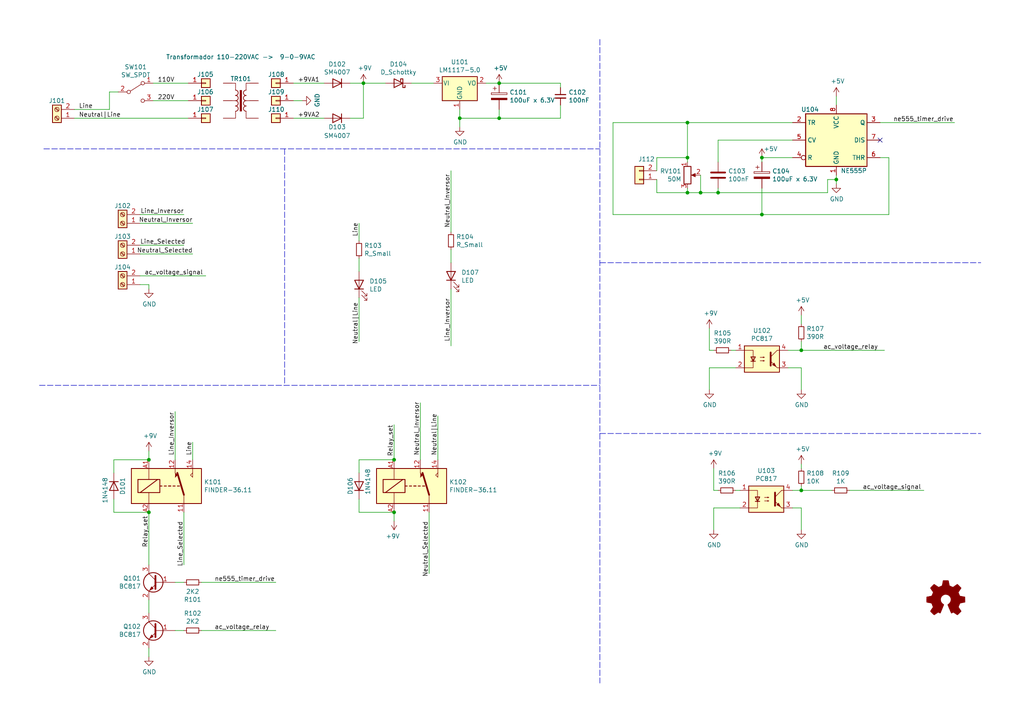
<source format=kicad_sch>
(kicad_sch (version 20211123) (generator eeschema)
  (paper "A4")
  (title_block (title "AC Voltage Selector") (date "20/12/2022") (rev "1.0") (comment 1 "Design: Adrian Lemos") (comment 2 "Layout: Adrian Lemos"))
  (lib_symbols
    (symbol "AC_Voltage_Selector-rescue:CP-Device" (pin_numbers hide) (pin_names (offset 0.254))
      (property "Reference" "C" (at 0.635 2.54 0))
      (property "Value" "CP-Device" (at 0.635 -2.54 0))
      (symbol "CP-Device_0_1"
        (rectangle (start -2.286 0.508) (end 2.286 1.016))
        (polyline (pts (xy -1.778 2.286) (xy -0.762 2.286)))
        (polyline (pts (xy -1.27 2.794) (xy -1.27 1.778)))
        (rectangle (start 2.286 -0.508) (end -2.286 -1.016) (fill (type outline)))
      )
      (symbol "CP-Device_1_1"
        (pin passive line (at 0 3.81 270) (length 2.794) (name "~") (number "1"))
        (pin passive line (at 0 -3.81 90) (length 2.794) (name "~") (number "2"))
      )
    )
    (symbol "AC_Voltage_Selector-rescue:R_POT-Device" (pin_names (offset 1.016) hide)
      (property "Reference" "RV" (at -4.445 0 90))
      (property "Value" "R_POT-Device" (at -2.54 0 90))
      (symbol "R_POT-Device_0_1"
        (polyline (pts (xy 2.54 0) (xy 1.524 0)))
        (polyline (pts (xy 1.143 0) (xy 2.286 0.508) (xy 2.286 -0.508) (xy 1.143 0)) (fill (type outline)))
        (rectangle (start 1.016 2.54) (end -1.016 -2.54) (stroke (width 0.254)))
      )
      (symbol "R_POT-Device_1_1"
        (pin passive line (at 0 3.81 270) (length 1.27) (name "1") (number "1"))
        (pin passive line (at 3.81 0 180) (length 1.27) (name "2") (number "2"))
        (pin passive line (at 0 -3.81 90) (length 1.27) (name "3") (number "3"))
      )
    )
    (symbol "Connector:Screw_Terminal_01x02" (pin_names (offset 1.016) hide)
      (property "Reference" "J" (at 0 2.54 0))
      (property "Value" "Screw_Terminal_01x02" (at 0 -5.08 0))
      (symbol "Screw_Terminal_01x02_1_1"
        (rectangle (start -1.27 1.27) (end 1.27 -3.81) (stroke (width 0.254)) (fill (type background)))
        (circle (center 0 -2.54) (radius 0.635) (stroke (width 0.1524)))
        (polyline (pts (xy -0.5334 -2.2098) (xy 0.3302 -3.048)) (stroke (width 0.1524)))
        (polyline (pts (xy -0.5334 0.3302) (xy 0.3302 -0.508)) (stroke (width 0.1524)))
        (polyline (pts (xy -0.3556 -2.032) (xy 0.508 -2.8702)) (stroke (width 0.1524)))
        (polyline (pts (xy -0.3556 0.508) (xy 0.508 -0.3302)) (stroke (width 0.1524)))
        (circle (center 0 0) (radius 0.635) (stroke (width 0.1524)))
        (pin passive line (at -5.08 0 0) (length 3.81) (name "Pin_1") (number "1"))
        (pin passive line (at -5.08 -2.54 0) (length 3.81) (name "Pin_2") (number "2"))
      )
    )
    (symbol "Connector_Generic:Conn_01x01" (pin_names (offset 1.016) hide)
      (property "Reference" "J" (at 0 2.54 0))
      (property "Value" "Conn_01x01" (at 0 -2.54 0))
      (symbol "Conn_01x01_1_1"
        (rectangle (start -1.27 0.127) (end 0 -0.127) (stroke (width 0.1524)))
        (rectangle (start -1.27 1.27) (end 1.27 -1.27) (stroke (width 0.254)) (fill (type background)))
        (pin passive line (at -5.08 0 0) (length 3.81) (name "Pin_1") (number "1"))
      )
    )
    (symbol "Connector_Generic:Conn_01x02" (pin_names (offset 1.016) hide)
      (property "Reference" "J" (at 0 2.54 0))
      (property "Value" "Conn_01x02" (at 0 -5.08 0))
      (symbol "Conn_01x02_1_1"
        (rectangle (start -1.27 -2.413) (end 0 -2.667) (stroke (width 0.1524)))
        (rectangle (start -1.27 0.127) (end 0 -0.127) (stroke (width 0.1524)))
        (rectangle (start -1.27 1.27) (end 1.27 -3.81) (stroke (width 0.254)) (fill (type background)))
        (pin passive line (at -5.08 0 0) (length 3.81) (name "Pin_1") (number "1"))
        (pin passive line (at -5.08 -2.54 0) (length 3.81) (name "Pin_2") (number "2"))
      )
    )
    (symbol "Device:C" (pin_numbers hide) (pin_names (offset 0.254))
      (property "Reference" "C" (at 0.635 2.54 0))
      (property "Value" "C" (at 0.635 -2.54 0))
      (symbol "C_0_1"
        (polyline (pts (xy -2.032 -0.762) (xy 2.032 -0.762)) (stroke (width 0.508)))
        (polyline (pts (xy -2.032 0.762) (xy 2.032 0.762)) (stroke (width 0.508)))
      )
      (symbol "C_1_1"
        (pin passive line (at 0 3.81 270) (length 2.794) (name "~") (number "1"))
        (pin passive line (at 0 -3.81 90) (length 2.794) (name "~") (number "2"))
      )
    )
    (symbol "Device:C_Small" (pin_numbers hide) (pin_names (offset 0.254) hide)
      (property "Reference" "C" (at 0.254 1.778 0))
      (property "Value" "C_Small" (at 0.254 -2.032 0))
      (symbol "C_Small_0_1"
        (polyline (pts (xy -1.524 -0.508) (xy 1.524 -0.508)) (stroke (width 0.3302)))
        (polyline (pts (xy -1.524 0.508) (xy 1.524 0.508)) (stroke (width 0.3048)))
      )
      (symbol "C_Small_1_1"
        (pin passive line (at 0 2.54 270) (length 2.032) (name "~") (number "1"))
        (pin passive line (at 0 -2.54 90) (length 2.032) (name "~") (number "2"))
      )
    )
    (symbol "Device:D_Schottky" (pin_numbers hide) (pin_names (offset 1.016) hide)
      (property "Reference" "D" (at 0 2.54 0))
      (property "Value" "D_Schottky" (at 0 -2.54 0))
      (symbol "D_Schottky_0_1"
        (polyline (pts (xy 1.27 0) (xy -1.27 0)))
        (polyline (pts (xy 1.27 1.27) (xy 1.27 -1.27) (xy -1.27 0) (xy 1.27 1.27)) (stroke (width 0.254)))
        (polyline (pts (xy -1.905 0.635) (xy -1.905 1.27) (xy -1.27 1.27) (xy -1.27 -1.27) (xy -0.635 -1.27) (xy -0.635 -0.635)) (stroke (width 0.254)))
      )
      (symbol "D_Schottky_1_1"
        (pin passive line (at -3.81 0 0) (length 2.54) (name "K") (number "1"))
        (pin passive line (at 3.81 0 180) (length 2.54) (name "A") (number "2"))
      )
    )
    (symbol "Device:LED" (pin_numbers hide) (pin_names (offset 1.016) hide)
      (property "Reference" "D" (at 0 2.54 0))
      (property "Value" "LED" (at 0 -2.54 0))
      (symbol "LED_0_1"
        (polyline (pts (xy -1.27 -1.27) (xy -1.27 1.27)) (stroke (width 0.254)))
        (polyline (pts (xy -1.27 0) (xy 1.27 0)))
        (polyline (pts (xy 1.27 -1.27) (xy 1.27 1.27) (xy -1.27 0) (xy 1.27 -1.27)) (stroke (width 0.254)))
        (polyline (pts (xy -3.048 -0.762) (xy -4.572 -2.286) (xy -3.81 -2.286) (xy -4.572 -2.286) (xy -4.572 -1.524)))
        (polyline (pts (xy -1.778 -0.762) (xy -3.302 -2.286) (xy -2.54 -2.286) (xy -3.302 -2.286) (xy -3.302 -1.524)))
      )
      (symbol "LED_1_1"
        (pin passive line (at -3.81 0 0) (length 2.54) (name "K") (number "1"))
        (pin passive line (at 3.81 0 180) (length 2.54) (name "A") (number "2"))
      )
    )
    (symbol "Device:R_Small" (pin_numbers hide) (pin_names (offset 0.254) hide)
      (property "Reference" "R" (at 0.762 0.508 0))
      (property "Value" "R_Small" (at 0.762 -1.016 0))
      (symbol "R_Small_0_1"
        (rectangle (start -0.762 1.778) (end 0.762 -1.778) (stroke (width 0.2032)))
      )
      (symbol "R_Small_1_1"
        (pin passive line (at 0 2.54 270) (length 0.762) (name "~") (number "1"))
        (pin passive line (at 0 -2.54 90) (length 0.762) (name "~") (number "2"))
      )
    )
    (symbol "Diode:1N4148" (pin_numbers hide) (pin_names hide)
      (property "Reference" "D" (at 0 2.54 0))
      (property "Value" "1N4148" (at 0 -2.54 0))
      (symbol "1N4148_0_1"
        (polyline (pts (xy -1.27 1.27) (xy -1.27 -1.27)) (stroke (width 0.254)))
        (polyline (pts (xy 1.27 0) (xy -1.27 0)))
        (polyline (pts (xy 1.27 1.27) (xy 1.27 -1.27) (xy -1.27 0) (xy 1.27 1.27)) (stroke (width 0.254)))
      )
      (symbol "1N4148_1_1"
        (pin passive line (at -3.81 0 0) (length 2.54) (name "K") (number "1"))
        (pin passive line (at 3.81 0 180) (length 2.54) (name "A") (number "2"))
      )
    )
    (symbol "Diode:SM4007" (pin_numbers hide) (pin_names (offset 1.016) hide)
      (property "Reference" "D" (at 0 2.54 0))
      (property "Value" "SM4007" (at 0 -2.54 0))
      (symbol "SM4007_0_1"
        (polyline (pts (xy -1.27 1.27) (xy -1.27 -1.27)) (stroke (width 0.254)))
        (polyline (pts (xy 1.27 0) (xy -1.27 0)))
        (polyline (pts (xy 1.27 1.27) (xy 1.27 -1.27) (xy -1.27 0) (xy 1.27 1.27)) (stroke (width 0.254)))
      )
      (symbol "SM4007_1_1"
        (pin passive line (at -3.81 0 0) (length 2.54) (name "K") (number "1"))
        (pin passive line (at 3.81 0 180) (length 2.54) (name "A") (number "2"))
      )
    )
    (symbol "Graphic:Logo_Open_Hardware_Small" (pin_names (offset 1.016))
      (symbol "Logo_Open_Hardware_Small_0_1"
        (polyline (pts (xy 3.3528 -4.3434) (xy 3.302 -4.318) (xy 3.175 -4.2418) (xy 2.9972 -4.1148) (xy 2.7686 -3.9624) (xy 2.54 -3.81) (xy 2.3622 -3.7084) (xy 2.2352 -3.6068) (xy 2.1844 -3.5814) (xy 2.159 -3.6068) (xy 2.0574 -3.6576) (xy 1.905 -3.7338) (xy 1.8034 -3.7846) (xy 1.6764 -3.8354) (xy 1.6002 -3.8354) (xy 1.6002 -3.8354) (xy 1.5494 -3.7338) (xy 1.4732 -3.5306) (xy 1.3462 -3.302) (xy 1.2446 -3.0226) (xy 1.1176 -2.7178) (xy 0.9652 -2.413) (xy 0.8636 -2.1082) (xy 0.7366 -1.8288) (xy 0.6604 -1.6256) (xy 0.6096 -1.4732) (xy 0.5842 -1.397) (xy 0.5842 -1.397) (xy 0.6604 -1.3208) (xy 0.7874 -1.2446) (xy 1.0414 -1.016) (xy 1.2954 -0.6858) (xy 1.4478 -0.3302) (xy 1.524 0.0762) (xy 1.4732 0.4572) (xy 1.3208 0.8128) (xy 1.0668 1.143) (xy 0.762 1.3716) (xy 0.4064 1.524) (xy 0 1.5748) (xy -0.381 1.5494) (xy -0.7366 1.397) (xy -1.0668 1.143) (xy -1.2192 0.9906) (xy -1.397 0.6604) (xy -1.524 0.3048) (xy -1.524 0.2286) (xy -1.4986 -0.1778) (xy -1.397 -0.5334) (xy -1.1938 -0.8636) (xy -0.9144 -1.143) (xy -0.8636 -1.1684) (xy -0.7366 -1.27) (xy -0.635 -1.3462) (xy -0.5842 -1.397) (xy -1.0668 -2.5908) (xy -1.143 -2.794) (xy -1.2954 -3.1242) (xy -1.397 -3.4036) (xy -1.4986 -3.6322) (xy -1.5748 -3.7846) (xy -1.6002 -3.8354) (xy -1.6002 -3.8354) (xy -1.651 -3.8354) (xy -1.7272 -3.81) (xy -1.905 -3.7338) (xy -2.0066 -3.683) (xy -2.1336 -3.6068) (xy -2.2098 -3.5814) (xy -2.2606 -3.6068) (xy -2.3622 -3.683) (xy -2.54 -3.81) (xy -2.7686 -3.9624) (xy -2.9718 -4.0894) (xy -3.1496 -4.2164) (xy -3.302 -4.318) (xy -3.3528 -4.3434) (xy -3.3782 -4.3434) (xy -3.429 -4.318) (xy -3.5306 -4.2164) (xy -3.7084 -4.064) (xy -3.937 -3.8354) (xy -3.9624 -3.81) (xy -4.1656 -3.6068) (xy -4.318 -3.4544) (xy -4.4196 -3.3274) (xy -4.445 -3.2766) (xy -4.445 -3.2766) (xy -4.4196 -3.2258) (xy -4.318 -3.0734) (xy -4.2164 -2.8956) (xy -4.064 -2.667) (xy -3.6576 -2.0828) (xy -3.8862 -1.5494) (xy -3.937 -1.3716) (xy -4.0386 -1.1684) (xy -4.0894 -1.0414) (xy -4.1148 -0.9652) (xy -4.191 -0.9398) (xy -4.318 -0.9144) (xy -4.5466 -0.8636) (xy -4.8006 -0.8128) (xy -5.0546 -0.7874) (xy -5.2578 -0.7366) (xy -5.4356 -0.7112) (xy -5.5118 -0.6858) (xy -5.5118 -0.6858) (xy -5.5372 -0.635) (xy -5.5372 -0.5588) (xy -5.5372 -0.4318) (xy -5.5626 -0.2286) (xy -5.5626 0.0762) (xy -5.5626 0.127) (xy -5.5372 0.4064) (xy -5.5372 0.635) (xy -5.5372 0.762) (xy -5.5372 0.8382) (xy -5.5372 0.8382) (xy -5.461 0.8382) (xy -5.3086 0.889) (xy -5.08 0.9144) (xy -4.826 0.9652) (xy -4.8006 0.9906) (xy -4.5466 1.0414) (xy -4.318 1.0668) (xy -4.1656 1.1176) (xy -4.0894 1.143) (xy -4.0894 1.143) (xy -4.0386 1.2446) (xy -3.9624 1.4224) (xy -3.8608 1.6256) (xy -3.7846 1.8288) (xy -3.7084 2.0066) (xy -3.6576 2.159) (xy -3.6322 2.2098) (xy -3.6322 2.2098) (xy -3.683 2.286) (xy -3.7592 2.413) (xy -3.8862 2.5908) (xy -4.064 2.8194) (xy -4.064 2.8448) (xy -4.2164 3.0734) (xy -4.3434 3.2512) (xy -4.4196 3.3782) (xy -4.445 3.4544) (xy -4.445 3.4544) (xy -4.3942 3.5052) (xy -4.2926 3.6322) (xy -4.1148 3.81) (xy -3.937 4.0132) (xy -3.8608 4.064) (xy -3.6576 4.2926) (xy -3.5052 4.4196) (xy -3.4036 4.4958) (xy -3.3528 4.5212) (xy -3.3528 4.5212) (xy -3.302 4.4704) (xy -3.1496 4.3688) (xy -2.9718 4.2418) (xy -2.7432 4.0894) (xy -2.7178 4.0894) (xy -2.4892 3.937) (xy -2.3114 3.81) (xy -2.1844 3.7084) (xy -2.1336 3.683) (xy -2.1082 3.683) (xy -2.032 3.7084) (xy -1.8542 3.7592) (xy -1.6764 3.8354) (xy -1.4732 3.937) (xy -1.27 4.0132) (xy -1.143 4.064) (xy -1.0668 4.1148) (xy -1.0668 4.1148) (xy -1.0414 4.191) (xy -1.016 4.3434) (xy -0.9652 4.572) (xy -0.9144 4.8514) (xy -0.889 4.9022) (xy -0.8382 5.1562) (xy -0.8128 5.3848) (xy -0.7874 5.5372) (xy -0.762 5.588) (xy -0.7112 5.6134) (xy -0.5842 5.6134) (xy -0.4064 5.6134) (xy -0.1524 5.6134) (xy 0.0762 5.6134) (xy 0.3302 5.6134) (xy 0.5334 5.6134) (xy 0.6858 5.588) (xy 0.7366 5.588) (xy 0.7366 5.588) (xy 0.762 5.5118) (xy 0.8128 5.334) (xy 0.8382 5.1054) (xy 0.9144 4.826) (xy 0.9144 4.7752) (xy 0.9652 4.5212) (xy 1.016 4.2926) (xy 1.0414 4.1402) (xy 1.0668 4.0894) (xy 1.0668 4.0894) (xy 1.1938 4.0386) (xy 1.3716 3.9624) (xy 1.5748 3.8608) (xy 2.0828 3.6576) (xy 2.7178 4.0894) (xy 2.7686 4.1402) (xy 2.9972 4.2926) (xy 3.175 4.4196) (xy 3.302 4.4958) (xy 3.3782 4.5212) (xy 3.3782 4.5212) (xy 3.429 4.4704) (xy 3.556 4.3434) (xy 3.7338 4.191) (xy 3.9116 3.9878) (xy 4.064 3.8354) (xy 4.2418 3.6576) (xy 4.3434 3.556) (xy 4.4196 3.4798) (xy 4.4196 3.429) (xy 4.4196 3.4036) (xy 4.3942 3.3274) (xy 4.2926 3.2004) (xy 4.1656 2.9972) (xy 4.0132 2.794) (xy 3.8862 2.5908) (xy 3.7592 2.3876) (xy 3.6576 2.2352) (xy 3.6322 2.159) (xy 3.6322 2.1336) (xy 3.683 2.0066) (xy 3.7592 1.8288) (xy 3.8608 1.6002) (xy 4.064 1.1176) (xy 4.3942 1.0414) (xy 4.5974 1.016) (xy 4.8768 0.9652) (xy 5.1308 0.9144) (xy 5.5372 0.8382) (xy 5.5626 -0.6604) (xy 5.4864 -0.6858) (xy 5.4356 -0.6858) (xy 5.2832 -0.7366) (xy 5.0546 -0.762) (xy 4.8006 -0.8128) (xy 4.5974 -0.8636) (xy 4.3688 -0.9144) (xy 4.2164 -0.9398) (xy 4.1402 -0.9398) (xy 4.1148 -0.9652) (xy 4.064 -1.0668) (xy 3.9878 -1.2446) (xy 3.9116 -1.4478) (xy 3.81 -1.651) (xy 3.7338 -1.8542) (xy 3.683 -2.0066) (xy 3.6576 -2.0828) (xy 3.683 -2.1336) (xy 3.7846 -2.2606) (xy 3.8862 -2.4638) (xy 4.0386 -2.667) (xy 4.191 -2.8956) (xy 4.318 -3.0734) (xy 4.3942 -3.2004) (xy 4.445 -3.2766) (xy 4.4196 -3.3274) (xy 4.3434 -3.429) (xy 4.1656 -3.5814) (xy 3.937 -3.8354) (xy 3.8862 -3.8608) (xy 3.683 -4.064) (xy 3.5306 -4.2164) (xy 3.4036 -4.318) (xy 3.3528 -4.3434)) (fill (type outline)))
      )
    )
    (symbol "Isolator:PC817" (pin_names (offset 1.016))
      (property "Reference" "U" (at -5.08 5.08 0))
      (property "Value" "PC817" (at 0 5.08 0))
      (symbol "PC817_0_1"
        (rectangle (start -5.08 3.81) (end 5.08 -3.81) (stroke (width 0.254)) (fill (type background)))
        (polyline (pts (xy -3.175 -0.635) (xy -1.905 -0.635)) (stroke (width 0.254)))
        (polyline (pts (xy 2.54 0.635) (xy 4.445 2.54)))
        (polyline (pts (xy 4.445 -2.54) (xy 2.54 -0.635)) (fill (type outline)))
        (polyline (pts (xy 4.445 -2.54) (xy 5.08 -2.54)))
        (polyline (pts (xy 4.445 2.54) (xy 5.08 2.54)))
        (polyline (pts (xy -5.08 2.54) (xy -2.54 2.54) (xy -2.54 -0.635)))
        (polyline (pts (xy -2.54 -0.635) (xy -2.54 -2.54) (xy -5.08 -2.54)))
        (polyline (pts (xy 2.54 1.905) (xy 2.54 -1.905) (xy 2.54 -1.905)) (stroke (width 0.508)))
        (polyline (pts (xy -2.54 -0.635) (xy -3.175 0.635) (xy -1.905 0.635) (xy -2.54 -0.635)) (stroke (width 0.254)))
        (polyline (pts (xy -0.508 -0.508) (xy 0.762 -0.508) (xy 0.381 -0.635) (xy 0.381 -0.381) (xy 0.762 -0.508)))
        (polyline (pts (xy -0.508 0.508) (xy 0.762 0.508) (xy 0.381 0.381) (xy 0.381 0.635) (xy 0.762 0.508)))
        (polyline (pts (xy 3.048 -1.651) (xy 3.556 -1.143) (xy 4.064 -2.159) (xy 3.048 -1.651) (xy 3.048 -1.651)) (fill (type outline)))
      )
      (symbol "PC817_1_1"
        (pin passive line (at -7.62 2.54 0) (length 2.54) (name "~") (number "1"))
        (pin passive line (at -7.62 -2.54 0) (length 2.54) (name "~") (number "2"))
        (pin passive line (at 7.62 -2.54 180) (length 2.54) (name "~") (number "3"))
        (pin passive line (at 7.62 2.54 180) (length 2.54) (name "~") (number "4"))
      )
    )
    (symbol "Regulator_Linear:LM1117-5.0" (pin_names (offset 0.254))
      (property "Reference" "U" (at -3.81 3.175 0))
      (property "Value" "LM1117-5.0" (at 0 3.175 0))
      (symbol "LM1117-5.0_0_1"
        (rectangle (start -5.08 -5.08) (end 5.08 1.905) (stroke (width 0.254)) (fill (type background)))
      )
      (symbol "LM1117-5.0_1_1"
        (pin power_in line (at 0 -7.62 90) (length 2.54) (name "GND") (number "1"))
        (pin power_out line (at 7.62 0 180) (length 2.54) (name "VO") (number "2"))
        (pin power_in line (at -7.62 0 0) (length 2.54) (name "VI") (number "3"))
      )
    )
    (symbol "Relay:FINDER-36.11"
      (property "Reference" "K" (at 11.43 3.81 0))
      (property "Value" "FINDER-36.11" (at 11.43 1.27 0))
      (symbol "FINDER-36.11_0_0"
        (polyline (pts (xy 2.54 3.81) (xy 2.54 5.08)))
        (polyline (pts (xy 7.62 3.81) (xy 7.62 5.08)))
        (polyline (pts (xy 7.62 3.81) (xy 7.62 2.54) (xy 6.985 3.175) (xy 7.62 3.81)))
      )
      (symbol "FINDER-36.11_0_1"
        (rectangle (start -10.16 5.08) (end 10.16 -5.08) (stroke (width 0.254)) (fill (type background)))
        (rectangle (start -8.255 1.905) (end -1.905 -1.905) (stroke (width 0.254)))
        (polyline (pts (xy -7.62 -1.905) (xy -2.54 1.905)) (stroke (width 0.254)))
        (polyline (pts (xy -5.08 -5.08) (xy -5.08 -1.905)))
        (polyline (pts (xy -5.08 5.08) (xy -5.08 1.905)))
        (polyline (pts (xy -1.905 0) (xy -1.27 0)) (stroke (width 0.254)))
        (polyline (pts (xy -0.635 0) (xy 0 0)) (stroke (width 0.254)))
        (polyline (pts (xy 0.635 0) (xy 1.27 0)) (stroke (width 0.254)))
        (polyline (pts (xy 0.635 0) (xy 1.27 0)) (stroke (width 0.254)))
        (polyline (pts (xy 1.905 0) (xy 2.54 0)) (stroke (width 0.254)))
        (polyline (pts (xy 3.175 0) (xy 3.81 0)) (stroke (width 0.254)))
        (polyline (pts (xy 5.08 -2.54) (xy 3.175 3.81)) (stroke (width 0.508)))
        (polyline (pts (xy 5.08 -2.54) (xy 5.08 -5.08)))
        (polyline (pts (xy 2.54 2.54) (xy 3.175 3.175) (xy 2.54 3.81)) (fill (type outline)))
      )
      (symbol "FINDER-36.11_1_1"
        (pin passive line (at 5.08 -7.62 90) (length 2.54) (name "~") (number "11"))
        (pin passive line (at 2.54 7.62 270) (length 2.54) (name "~") (number "12"))
        (pin passive line (at 7.62 7.62 270) (length 2.54) (name "~") (number "14"))
        (pin passive line (at -5.08 7.62 270) (length 2.54) (name "~") (number "A1"))
        (pin passive line (at -5.08 -7.62 90) (length 2.54) (name "~") (number "A2"))
      )
    )
    (symbol "Switch:SW_SPDT" (pin_names (offset 0) hide)
      (property "Reference" "SW" (at 0 4.318 0))
      (property "Value" "SW_SPDT" (at 0 -5.08 0))
      (symbol "SW_SPDT_0_0"
        (circle (center -2.032 0) (radius 0.508))
        (circle (center 2.032 -2.54) (radius 0.508))
      )
      (symbol "SW_SPDT_0_1"
        (polyline (pts (xy -1.524 0.254) (xy 1.651 2.286)))
        (circle (center 2.032 2.54) (radius 0.508))
      )
      (symbol "SW_SPDT_1_1"
        (pin passive line (at 5.08 2.54 180) (length 2.54) (name "A") (number "1"))
        (pin passive line (at -5.08 0 0) (length 2.54) (name "B") (number "2"))
        (pin passive line (at 5.08 -2.54 180) (length 2.54) (name "C") (number "3"))
      )
    )
    (symbol "Timer:NE555P"
      (property "Reference" "U" (at -10.16 8.89 0))
      (property "Value" "NE555P" (at 2.54 8.89 0))
      (symbol "NE555P_0_0"
        (pin power_in line (at 0 -10.16 90) (length 2.54) (name "GND") (number "1"))
        (pin power_in line (at 0 10.16 270) (length 2.54) (name "VCC") (number "8"))
      )
      (symbol "NE555P_0_1"
        (rectangle (start -8.89 -7.62) (end 8.89 7.62) (stroke (width 0.254)) (fill (type background)))
        (rectangle (start -8.89 -7.62) (end 8.89 7.62) (stroke (width 0.254)) (fill (type background)))
      )
      (symbol "NE555P_1_1"
        (pin input line (at -12.7 5.08 0) (length 3.81) (name "TR") (number "2"))
        (pin output line (at 12.7 5.08 180) (length 3.81) (name "Q") (number "3"))
        (pin input inverted (at -12.7 -5.08 0) (length 3.81) (name "R") (number "4"))
        (pin input line (at -12.7 0 0) (length 3.81) (name "CV") (number "5"))
        (pin input line (at 12.7 -5.08 180) (length 3.81) (name "THR") (number "6"))
        (pin input line (at 12.7 0 180) (length 3.81) (name "DIS") (number "7"))
      )
    )
    (symbol "Transformer:TRANSF5" (pin_numbers hide) (pin_names (offset 0))
      (property "Reference" "TR" (at 0 6.35 0))
      (property "Value" "TRANSF5" (at 0 -6.35 0))
      (symbol "TRANSF5_0_1"
        (arc (start -1.524 -3.048) (mid -0.762 -2.286) (end -1.524 -1.524) (stroke (width 0.2032)))
        (arc (start -1.524 -1.524) (mid -0.762 -0.762) (end -1.524 0) (stroke (width 0.2032)))
        (arc (start -1.524 0) (mid -0.762 0.762) (end -1.524 1.524) (stroke (width 0.2032)))
        (arc (start -1.524 1.524) (mid -0.762 2.286) (end -1.524 3.048) (stroke (width 0.2032)))
        (rectangle (start -0.254 3.048) (end 0.254 -3.048) (stroke (width 0.0254)) (fill (type outline)))
        (polyline (pts (xy -1.524 0) (xy -2.54 0) (xy -2.54 0)) (fill (type outline)))
        (polyline (pts (xy 1.524 0) (xy 2.54 0) (xy 2.54 0)) (fill (type outline)))
        (polyline (pts (xy -2.54 5.08) (xy -1.524 5.08) (xy -1.524 3.048) (xy -1.524 3.048)) (stroke (width 0.1524)))
        (polyline (pts (xy -1.524 -3.048) (xy -1.524 -5.08) (xy -2.54 -5.08) (xy -2.54 -5.08)) (stroke (width 0.1524)))
        (polyline (pts (xy 1.524 3.048) (xy 1.524 5.08) (xy 2.54 5.08) (xy 2.54 5.08)) (stroke (width 0.1524)))
        (polyline (pts (xy 2.54 -5.08) (xy 1.524 -5.08) (xy 1.524 -3.048) (xy 1.524 -3.048)) (stroke (width 0.1524)))
        (arc (start 1.524 -1.524) (mid 0.762 -2.286) (end 1.524 -3.048) (stroke (width 0.2032)))
        (arc (start 1.524 0) (mid 0.762 -0.762) (end 1.524 -1.524) (stroke (width 0.2032)))
        (arc (start 1.524 1.524) (mid 0.762 0.762) (end 1.524 0) (stroke (width 0.2032)))
        (arc (start 1.524 3.048) (mid 0.762 2.286) (end 1.524 1.524) (stroke (width 0.2032)))
      )
      (symbol "TRANSF5_1_1"
        (pin passive line (at -5.08 5.08 0) (length 2.54) (name "~") (number "1"))
        (pin passive line (at -5.08 0 0) (length 2.54) (name "~") (number "2"))
        (pin passive line (at -5.08 -5.08 0) (length 2.54) (name "~") (number "3"))
        (pin passive line (at 5.08 -5.08 180) (length 2.54) (name "~") (number "4"))
        (pin passive line (at 5.08 0 180) (length 2.54) (name "~") (number "5"))
        (pin passive line (at 5.08 5.08 180) (length 2.54) (name "~") (number "6"))
      )
    )
    (symbol "Transistor_BJT:BC817" (pin_names (offset 0) hide)
      (property "Reference" "Q" (at 5.08 1.905 0))
      (property "Value" "BC817" (at 5.08 0 0))
      (symbol "BC817_0_1"
        (polyline (pts (xy 0.635 0.635) (xy 2.54 2.54)))
        (polyline (pts (xy 0.635 -0.635) (xy 2.54 -2.54) (xy 2.54 -2.54)))
        (polyline (pts (xy 0.635 1.905) (xy 0.635 -1.905) (xy 0.635 -1.905)) (stroke (width 0.508)))
        (polyline (pts (xy 1.27 -1.778) (xy 1.778 -1.27) (xy 2.286 -2.286) (xy 1.27 -1.778) (xy 1.27 -1.778)) (fill (type outline)))
        (circle (center 1.27 0) (radius 2.8194) (stroke (width 0.254)))
      )
      (symbol "BC817_1_1"
        (pin input line (at -5.08 0 0) (length 5.715) (name "B") (number "1"))
        (pin passive line (at 2.54 -5.08 90) (length 2.54) (name "E") (number "2"))
        (pin passive line (at 2.54 5.08 270) (length 2.54) (name "C") (number "3"))
      )
    )
    (symbol "power:+5V" (power) (pin_names (offset 0))
      (property "Value" "+5V" (at 0 3.556 0))
      (symbol "+5V_0_1"
        (polyline (pts (xy -0.762 1.27) (xy 0 2.54)))
        (polyline (pts (xy 0 0) (xy 0 2.54)))
        (polyline (pts (xy 0 2.54) (xy 0.762 1.27)))
      )
      (symbol "+5V_1_1"
        (pin power_in line (at 0 0 90) (length 0) hide (name "+5V") (number "1"))
      )
    )
    (symbol "power:+9V" (power) (pin_names (offset 0))
      (property "Value" "+9V" (at 0 3.556 0))
      (symbol "+9V_0_1"
        (polyline (pts (xy -0.762 1.27) (xy 0 2.54)))
        (polyline (pts (xy 0 0) (xy 0 2.54)))
        (polyline (pts (xy 0 2.54) (xy 0.762 1.27)))
      )
      (symbol "+9V_1_1"
        (pin power_in line (at 0 0 90) (length 0) hide (name "+9V") (number "1"))
      )
    )
    (symbol "power:GND" (power) (pin_names (offset 0))
      (property "Value" "GND" (at 0 -3.81 0))
      (symbol "GND_0_1"
        (polyline (pts (xy 0 0) (xy 0 -1.27) (xy 1.27 -1.27) (xy 0 -2.54) (xy -1.27 -1.27) (xy 0 -1.27)))
      )
      (symbol "GND_1_1"
        (pin power_in line (at 0 0 270) (length 0) hide (name "GND") (number "1"))
      )
    )
  )
  (junction (at 144.78 24.13))
  (junction (at 199.39 55.88))
  (junction (at 105.41 24.13))
  (junction (at 199.39 45.72))
  (junction (at 43.18 133.35))
  (junction (at 144.78 34.29))
  (junction (at 114.3 148.59))
  (junction (at 220.98 45.72))
  (junction (at 208.28 55.88))
  (junction (at 232.41 142.24))
  (junction (at 242.57 52.07))
  (junction (at 114.3 133.35))
  (junction (at 199.39 35.56))
  (junction (at 203.2 55.88))
  (junction (at 133.35 34.29))
  (junction (at 43.18 148.59))
  (junction (at 220.98 62.23))
  (junction (at 232.41 101.6))
  (no_connect (at 255.27 40.64))
  (wire (pts (xy 133.35 31.75) (xy 133.35 34.29)))
  (wire (pts (xy 246.38 142.24) (xy 267.97 142.24)))
  (wire (pts (xy 220.98 62.23) (xy 257.81 62.23)))
  (wire (pts (xy 207.01 101.6) (xy 205.74 101.6)))
  (polyline (pts (xy 173.99 11.43) (xy 173.99 198.12)))
  (wire (pts (xy 228.6 106.68) (xy 232.41 106.68)))
  (wire (pts (xy 203.2 55.88) (xy 199.39 55.88)))
  (wire (pts (xy 40.64 80.01) (xy 59.69 80.01)))
  (wire (pts (xy 228.6 101.6) (xy 232.41 101.6)))
  (wire (pts (xy 140.97 24.13) (xy 144.78 24.13)))
  (wire (pts (xy 232.41 106.68) (xy 232.41 113.03)))
  (wire (pts (xy 43.18 173.99) (xy 43.18 177.8)))
  (wire (pts (xy 104.14 148.59) (xy 114.3 148.59)))
  (wire (pts (xy 85.09 29.21) (xy 87.63 29.21)))
  (wire (pts (xy 130.81 49.53) (xy 130.81 67.31)))
  (wire (pts (xy 50.8 182.88) (xy 53.34 182.88)))
  (wire (pts (xy 208.28 142.24) (xy 207.01 142.24)))
  (wire (pts (xy 232.41 153.67) (xy 232.41 147.32)))
  (wire (pts (xy 33.02 133.35) (xy 43.18 133.35)))
  (wire (pts (xy 144.78 24.13) (xy 162.56 24.13)))
  (wire (pts (xy 119.38 24.13) (xy 125.73 24.13)))
  (wire (pts (xy 55.88 133.35) (xy 55.88 128.27)))
  (wire (pts (xy 40.64 82.55) (xy 43.18 82.55)))
  (wire (pts (xy 232.41 140.97) (xy 232.41 142.24)))
  (wire (pts (xy 43.18 148.59) (xy 43.18 163.83)))
  (wire (pts (xy 114.3 133.35) (xy 104.14 133.35)))
  (wire (pts (xy 104.14 86.36) (xy 104.14 99.06)))
  (wire (pts (xy 205.74 106.68) (xy 205.74 113.03)))
  (wire (pts (xy 205.74 101.6) (xy 205.74 95.25)))
  (wire (pts (xy 33.02 148.59) (xy 43.18 148.59)))
  (wire (pts (xy 105.41 24.13) (xy 101.6 24.13)))
  (wire (pts (xy 220.98 46.99) (xy 220.98 45.72)))
  (wire (pts (xy 199.39 55.88) (xy 199.39 54.61)))
  (polyline (pts (xy 82.55 43.18) (xy 82.55 111.76)))
  (wire (pts (xy 130.81 72.39) (xy 130.81 76.2)))
  (wire (pts (xy 34.29 26.67) (xy 31.75 26.67)))
  (wire (pts (xy 232.41 101.6) (xy 256.54 101.6)))
  (wire (pts (xy 50.8 133.35) (xy 50.8 119.38)))
  (wire (pts (xy 162.56 34.29) (xy 162.56 30.48)))
  (wire (pts (xy 101.6 34.29) (xy 105.41 34.29)))
  (wire (pts (xy 33.02 137.16) (xy 33.02 133.35)))
  (wire (pts (xy 105.41 34.29) (xy 105.41 24.13)))
  (wire (pts (xy 220.98 54.61) (xy 220.98 62.23)))
  (wire (pts (xy 114.3 151.13) (xy 114.3 148.59)))
  (polyline (pts (xy 11.43 111.76) (xy 173.99 111.76)))
  (wire (pts (xy 54.61 34.29) (xy 21.59 34.29)))
  (wire (pts (xy 232.41 142.24) (xy 241.3 142.24)))
  (wire (pts (xy 58.42 182.88) (xy 80.01 182.88)))
  (wire (pts (xy 240.03 52.07) (xy 242.57 52.07)))
  (wire (pts (xy 43.18 187.96) (xy 43.18 190.5)))
  (wire (pts (xy 242.57 27.94) (xy 242.57 30.48)))
  (wire (pts (xy 124.46 148.59) (xy 124.46 166.37)))
  (wire (pts (xy 104.14 144.78) (xy 104.14 148.59)))
  (wire (pts (xy 43.18 82.55) (xy 43.18 83.82)))
  (wire (pts (xy 31.75 26.67) (xy 31.75 31.75)))
  (wire (pts (xy 232.41 91.44) (xy 232.41 93.98)))
  (wire (pts (xy 162.56 24.13) (xy 162.56 25.4)))
  (wire (pts (xy 85.09 34.29) (xy 93.98 34.29)))
  (wire (pts (xy 190.5 45.72) (xy 199.39 45.72)))
  (wire (pts (xy 208.28 55.88) (xy 208.28 54.61)))
  (wire (pts (xy 104.14 69.85) (xy 104.14 64.77)))
  (wire (pts (xy 133.35 34.29) (xy 144.78 34.29)))
  (wire (pts (xy 177.8 62.23) (xy 177.8 35.56)))
  (wire (pts (xy 214.63 147.32) (xy 207.01 147.32)))
  (wire (pts (xy 212.09 101.6) (xy 213.36 101.6)))
  (wire (pts (xy 33.02 144.78) (xy 33.02 148.59)))
  (wire (pts (xy 43.18 130.81) (xy 43.18 133.35)))
  (wire (pts (xy 257.81 62.23) (xy 257.81 45.72)))
  (polyline (pts (xy 173.99 76.2) (xy 284.48 76.2)))
  (wire (pts (xy 207.01 142.24) (xy 207.01 135.89)))
  (wire (pts (xy 255.27 35.56) (xy 276.86 35.56)))
  (wire (pts (xy 203.2 50.8) (xy 203.2 55.88)))
  (wire (pts (xy 190.5 52.07) (xy 190.5 55.88)))
  (polyline (pts (xy 12.7 43.18) (xy 173.99 43.18)))
  (wire (pts (xy 213.36 142.24) (xy 214.63 142.24)))
  (wire (pts (xy 240.03 55.88) (xy 240.03 52.07)))
  (wire (pts (xy 232.41 147.32) (xy 229.87 147.32)))
  (wire (pts (xy 104.14 74.93) (xy 104.14 78.74)))
  (wire (pts (xy 177.8 62.23) (xy 220.98 62.23)))
  (wire (pts (xy 220.98 45.72) (xy 229.87 45.72)))
  (wire (pts (xy 31.75 31.75) (xy 21.59 31.75)))
  (wire (pts (xy 208.28 40.64) (xy 229.87 40.64)))
  (wire (pts (xy 53.34 62.23) (xy 40.64 62.23)))
  (wire (pts (xy 242.57 52.07) (xy 242.57 53.34)))
  (wire (pts (xy 242.57 50.8) (xy 242.57 52.07)))
  (wire (pts (xy 229.87 142.24) (xy 232.41 142.24)))
  (wire (pts (xy 144.78 34.29) (xy 144.78 31.75)))
  (wire (pts (xy 40.64 71.12) (xy 53.34 71.12)))
  (wire (pts (xy 232.41 134.62) (xy 232.41 135.89)))
  (wire (pts (xy 177.8 35.56) (xy 199.39 35.56)))
  (wire (pts (xy 199.39 46.99) (xy 199.39 45.72)))
  (wire (pts (xy 55.88 64.77) (xy 40.64 64.77)))
  (wire (pts (xy 55.88 73.66) (xy 40.64 73.66)))
  (wire (pts (xy 133.35 34.29) (xy 133.35 36.83)))
  (wire (pts (xy 208.28 55.88) (xy 240.03 55.88)))
  (wire (pts (xy 130.81 100.33) (xy 130.81 83.82)))
  (wire (pts (xy 54.61 29.21) (xy 44.45 29.21)))
  (wire (pts (xy 104.14 133.35) (xy 104.14 137.16)))
  (wire (pts (xy 144.78 34.29) (xy 162.56 34.29)))
  (wire (pts (xy 85.09 24.13) (xy 93.98 24.13)))
  (wire (pts (xy 208.28 40.64) (xy 208.28 46.99)))
  (wire (pts (xy 199.39 45.72) (xy 199.39 35.56)))
  (wire (pts (xy 114.3 133.35) (xy 114.3 123.19)))
  (wire (pts (xy 53.34 148.59) (xy 53.34 163.83)))
  (wire (pts (xy 199.39 35.56) (xy 229.87 35.56)))
  (wire (pts (xy 190.5 45.72) (xy 190.5 49.53)))
  (wire (pts (xy 213.36 106.68) (xy 205.74 106.68)))
  (wire (pts (xy 232.41 101.6) (xy 232.41 99.06)))
  (wire (pts (xy 257.81 45.72) (xy 255.27 45.72)))
  (wire (pts (xy 111.76 24.13) (xy 105.41 24.13)))
  (wire (pts (xy 121.92 133.35) (xy 121.92 116.84)))
  (wire (pts (xy 207.01 147.32) (xy 207.01 153.67)))
  (wire (pts (xy 44.45 24.13) (xy 54.61 24.13)))
  (polyline (pts (xy 173.99 125.73) (xy 284.48 125.73)))
  (wire (pts (xy 190.5 55.88) (xy 199.39 55.88)))
  (wire (pts (xy 50.8 168.91) (xy 53.34 168.91)))
  (wire (pts (xy 208.28 55.88) (xy 203.2 55.88)))
  (wire (pts (xy 58.42 168.91) (xy 80.01 168.91)))
  (wire (pts (xy 127 133.35) (xy 127 120.65)))
  (label "+9VA1" (at 86.36 24.13 0))
  (label "Line_Inversor" (at 50.8 132.08 90))
  (label "Line_Selected" (at 40.64 71.12 0))
  (label "Relay_set" (at 43.18 158.75 90))
  (label "Line_Selected" (at 53.34 151.13 270))
  (label "Line" (at 55.88 132.08 90))
  (label "ne555_timer_drive" (at 62.23 168.91 0))
  (label "Neutral_Inversor" (at 55.88 64.77 180))
  (label "Relay_set" (at 114.3 123.19 270))
  (label "ac_voltage_relay" (at 62.23 182.88 0))
  (label "Neutral_Selected" (at 124.46 151.13 270))
  (label "110V" (at 45.72 24.13 0))
  (label "ac_voltage_signal" (at 250.19 142.24 0))
  (label "Neutral_Inversor" (at 121.92 132.08 90))
  (label "+9VA2" (at 86.36 34.29 0))
  (label "Neutral|Line" (at 127 132.08 90))
  (label "ac_voltage_relay" (at 238.76 101.6 0))
  (label "Neutral_Inversor" (at 130.81 66.04 90))
  (label "220V" (at 45.72 29.21 0))
  (label "Neutral|Line" (at 104.14 87.63 270))
  (label "Line_Inversor" (at 53.34 62.23 180))
  (label "Neutral|Line" (at 22.86 34.29 0))
  (label "Line" (at 22.86 31.75 0))
  (label "Line_Inversor" (at 130.81 99.06 90))
  (label "Line" (at 104.14 68.58 90))
  (label "ac_voltage_signal" (at 41.91 80.01 0))
  (label "Neutral_Selected" (at 55.88 73.66 180))
  (label "ne555_timer_drive" (at 259.08 35.56 0))
  (symbol (lib_id "Transformer:TRANSF5") (at 69.85 29.21 0) (unit 1)
    (property "Reference" "TR101" (at 69.85 22.86 0))
    (property "Value" "Transformador 110-220VAC ->  9-0-9VAC" (at 69.85 16.51 0))
  )
  (symbol (lib_id "Switch:SW_SPDT") (at 39.37 26.67 0) (unit 1)
    (property "Reference" "SW101" (at 39.37 19.431 0))
    (property "Value" "SW_SPDT" (at 39.37 21.7424 0))
    (property "Footprint" "adrian-local-library:HH_Switch" (effects hide))
  )
  (symbol (lib_id "Connector:Screw_Terminal_01x02") (at 16.51 34.29 180) (unit 1)
    (property "Reference" "J101" (at 16.51 29.21 0))
    (property "Value" "Screw_Terminal_01x02" (effects hide))
    (property "Footprint" "TerminalBlock:TerminalBlock_bornier-2_P5.08mm" (effects hide))
  )
  (symbol (lib_id "Diode:SM4007") (at 97.79 24.13 180) (unit 1)
    (property "Reference" "D102" (at 97.79 18.6182 0))
    (property "Value" "SM4007" (at 97.79 20.9296 0))
    (property "Footprint" "Diode_SMD:D_MELF" (effects hide))
    (property "Datasheet" "http://cdn-reichelt.de/documents/datenblatt/A400/SMD1N400%23DIO.pdf" (effects hide))
  )
  (symbol (lib_id "Diode:SM4007") (at 97.79 34.29 180) (unit 1)
    (property "Reference" "D103" (at 97.79 36.83 0))
    (property "Value" "SM4007" (at 97.79 39.37 0))
    (property "Footprint" "Diode_SMD:D_MELF" (effects hide))
    (property "Datasheet" "http://cdn-reichelt.de/documents/datenblatt/A400/SMD1N400%23DIO.pdf" (effects hide))
  )
  (symbol (lib_id "power:GND") (at 87.63 29.21 90) (unit 1)
    (property "Reference" "#PWR0105" (effects hide))
    (property "Value" "GND" (at 92.0242 29.083 0))
  )
  (symbol (lib_id "power:+9V") (at 105.41 24.13 0) (unit 1)
    (property "Reference" "#PWR0106" (effects hide))
    (property "Value" "+9V" (at 105.791 19.7358 0))
  )
  (symbol (lib_id "Relay:FINDER-36.11") (at 119.38 140.97 0) (unit 1)
    (property "Reference" "K102" (at 130.302 139.8016 0) (effects (justify left)))
    (property "Value" "FINDER-36.11" (at 130.302 142.113 0) (effects (justify left)))
    (property "Footprint" "Relay_THT:Relay_SPDT_Finder_36.11" (effects hide))
    (property "Datasheet" "https://gfinder.findernet.com/public/attachments/36/EN/S36EN.pdf" (effects hide))
  )
  (symbol (lib_id "Diode:1N4148") (at 33.02 140.97 270) (unit 1)
    (property "Reference" "D101" (at 35.56 138.43 0) (effects (justify left)))
    (property "Value" "1N4148" (at 30.48 138.43 0) (effects (justify left)))
    (property "Footprint" "Diode_SMD:D_MiniMELF_Handsoldering" (effects hide))
    (property "Datasheet" "https://assets.nexperia.com/documents/data-sheet/1N4148_1N4448.pdf" (effects hide))
  )
  (symbol (lib_id "Relay:FINDER-36.11") (at 48.26 140.97 0) (unit 1)
    (property "Reference" "K101" (at 59.182 139.8016 0) (effects (justify left)))
    (property "Value" "FINDER-36.11" (at 59.182 142.113 0) (effects (justify left)))
    (property "Footprint" "Relay_THT:Relay_SPDT_Finder_36.11" (effects hide))
    (property "Datasheet" "https://gfinder.findernet.com/public/attachments/36/EN/S36EN.pdf" (effects hide))
  )
  (symbol (lib_id "Diode:1N4148") (at 104.14 140.97 90) (unit 1)
    (property "Reference" "D106" (at 101.6 143.51 0) (effects (justify left)))
    (property "Value" "1N4148" (at 106.68 143.51 0) (effects (justify left)))
    (property "Footprint" "Diode_SMD:D_MiniMELF_Handsoldering" (effects hide))
    (property "Datasheet" "https://assets.nexperia.com/documents/data-sheet/1N4148_1N4448.pdf" (effects hide))
  )
  (symbol (lib_id "power:GND") (at 43.18 190.5 0) (unit 1)
    (property "Reference" "#PWR0103" (effects hide))
    (property "Value" "GND" (at 43.307 194.8942 0))
  )
  (symbol (lib_id "Timer:NE555P") (at 242.57 40.64 0) (unit 1)
    (property "Reference" "U104" (at 234.95 31.75 0))
    (property "Value" "NE555P" (at 247.65 49.53 0))
    (property "Footprint" "Package_DIP:DIP-8_W7.62mm" (effects hide))
    (property "Datasheet" "http://www.ti.com/lit/ds/symlink/ne555.pdf" (effects hide))
  )
  (symbol (lib_id "Device:D_Schottky") (at 115.57 24.13 180) (unit 1)
    (property "Reference" "D104" (at 115.57 18.6182 0))
    (property "Value" "D_Schottky" (at 115.57 20.9296 0))
    (property "Footprint" "Diode_SMD:D_SMA" (effects hide))
  )
  (symbol (lib_id "Device:C_Small") (at 162.56 27.94 0) (unit 1)
    (property "Reference" "C102" (at 164.8968 26.7716 0) (effects (justify left)))
    (property "Value" "100nF" (at 164.8968 29.083 0) (effects (justify left)))
    (property "Footprint" "Capacitor_SMD:C_0805_2012Metric" (effects hide))
  )
  (symbol (lib_id "power:+9V") (at 43.18 130.81 0) (unit 1)
    (property "Reference" "#PWR0102" (effects hide))
    (property "Value" "+9V" (at 43.561 126.4158 0))
  )
  (symbol (lib_id "power:+9V") (at 114.3 151.13 180) (unit 1)
    (property "Reference" "#PWR0108" (effects hide))
    (property "Value" "+9V" (at 113.919 155.5242 0))
  )
  (symbol (lib_id "power:+9V") (at 205.74 95.25 0) (unit 1)
    (property "Reference" "#PWR0110" (effects hide))
    (property "Value" "+9V" (at 206.121 90.8558 0))
  )
  (symbol (lib_id "Regulator_Linear:LM1117-5.0") (at 133.35 24.13 0) (unit 1)
    (property "Reference" "U101" (at 133.35 17.9832 0))
    (property "Value" "LM1117-5.0" (at 133.35 20.2946 0))
    (property "Footprint" "Package_TO_SOT_SMD:SOT-223" (effects hide))
    (property "Datasheet" "http://www.ti.com/lit/ds/symlink/lm1117.pdf" (effects hide))
  )
  (symbol (lib_id "AC_Voltage_Selector-rescue:CP-Device") (at 144.78 27.94 0) (unit 1)
    (property "Reference" "C101" (at 147.7772 26.7716 0) (effects (justify left)))
    (property "Value" "100uF x 6.3V" (at 147.7772 29.083 0) (effects (justify left)))
    (property "Footprint" "Capacitor_Tantalum_SMD:CP_EIA-3528-21_Kemet-B" (effects hide))
  )
  (symbol (lib_id "power:GND") (at 133.35 36.83 0) (unit 1)
    (property "Reference" "#PWR0107" (effects hide))
    (property "Value" "GND" (at 133.477 41.2242 0))
  )
  (symbol (lib_id "power:+5V") (at 144.78 24.13 0) (unit 1)
    (property "Reference" "#PWR0109" (effects hide))
    (property "Value" "+5V" (at 145.161 19.7358 0))
  )
  (symbol (lib_id "Device:LED") (at 104.14 82.55 90) (unit 1)
    (property "Reference" "D105" (at 107.1372 81.5594 90) (effects (justify right)))
    (property "Value" "LED" (at 107.1372 83.8708 90) (effects (justify right)))
    (property "Footprint" "Connector_Molex:Molex_KK-254_AE-6410-02A_1x02_P2.54mm_Vertical" (effects hide))
  )
  (symbol (lib_id "Device:LED") (at 130.81 80.01 90) (unit 1)
    (property "Reference" "D107" (at 133.8072 79.0194 90) (effects (justify right)))
    (property "Value" "LED" (at 133.8072 81.3308 90) (effects (justify right)))
    (property "Footprint" "Connector_Molex:Molex_KK-254_AE-6410-02A_1x02_P2.54mm_Vertical" (effects hide))
  )
  (symbol (lib_id "Device:R_Small") (at 104.14 72.39 0) (unit 1)
    (property "Reference" "R103" (at 105.6386 71.2216 0) (effects (justify left)))
    (property "Value" "R_Small" (at 105.6386 73.533 0) (effects (justify left)))
    (property "Footprint" "Resistor_SMD:R_0805_2012Metric" (effects hide))
  )
  (symbol (lib_id "Device:R_Small") (at 130.81 69.85 0) (unit 1)
    (property "Reference" "R104" (at 132.3086 68.6816 0) (effects (justify left)))
    (property "Value" "R_Small" (at 132.3086 70.993 0) (effects (justify left)))
    (property "Footprint" "Resistor_SMD:R_0805_2012Metric" (effects hide))
  )
  (symbol (lib_id "AC_Voltage_Selector-rescue:R_POT-Device") (at 199.39 50.8 0) (unit 1)
    (property "Reference" "RV101" (at 197.6374 49.6316 0) (effects (justify right)))
    (property "Value" "50M" (at 197.6374 51.943 0) (effects (justify right)))
    (property "Footprint" "Potentiometer_THT:Potentiometer_Bourns_3296W_Vertical" (effects hide))
  )
  (symbol (lib_id "Device:C") (at 208.28 50.8 0) (unit 1)
    (property "Reference" "C103" (at 211.201 49.6316 0) (effects (justify left)))
    (property "Value" "100nF" (at 211.201 51.943 0) (effects (justify left)))
    (property "Footprint" "Capacitor_SMD:C_0805_2012Metric" (effects hide))
  )
  (symbol (lib_id "power:GND") (at 242.57 53.34 0) (unit 1)
    (property "Reference" "#PWR0120" (effects hide))
    (property "Value" "GND" (at 242.697 57.7342 0))
  )
  (symbol (lib_id "power:+5V") (at 242.57 27.94 0) (unit 1)
    (property "Reference" "#PWR0119" (effects hide))
    (property "Value" "+5V" (at 242.951 23.5458 0))
  )
  (symbol (lib_id "Connector:Screw_Terminal_01x02") (at 35.56 64.77 180) (unit 1)
    (property "Reference" "J102" (at 35.56 59.69 0))
    (property "Value" "Screw_Terminal_01x02" (effects hide))
    (property "Footprint" "TerminalBlock:TerminalBlock_bornier-2_P5.08mm" (effects hide))
  )
  (symbol (lib_id "power:GND") (at 205.74 113.03 0) (unit 1)
    (property "Reference" "#PWR0111" (effects hide))
    (property "Value" "GND" (at 205.867 117.4242 0))
  )
  (symbol (lib_id "Connector:Screw_Terminal_01x02") (at 35.56 73.66 180) (unit 1)
    (property "Reference" "J103" (at 35.56 68.58 0))
    (property "Value" "Screw_Terminal_01x02" (effects hide))
    (property "Footprint" "TerminalBlock:TerminalBlock_bornier-2_P5.08mm" (effects hide))
  )
  (symbol (lib_id "Connector:Screw_Terminal_01x02") (at 35.56 82.55 180) (unit 1)
    (property "Reference" "J104" (at 35.56 77.47 0))
    (property "Value" "Screw_Terminal_01x02" (effects hide))
    (property "Footprint" "TerminalBlock:TerminalBlock_bornier-2_P5.08mm" (effects hide))
  )
  (symbol (lib_id "AC_Voltage_Selector-rescue:CP-Device") (at 220.98 50.8 0) (unit 1)
    (property "Reference" "C104" (at 223.9772 49.6316 0) (effects (justify left)))
    (property "Value" "100uF x 6.3V" (at 223.9772 51.943 0) (effects (justify left)))
    (property "Footprint" "Capacitor_Tantalum_SMD:CP_EIA-3528-21_Kemet-B" (effects hide))
  )
  (symbol (lib_id "power:+5V") (at 220.98 45.72 0) (unit 1)
    (property "Reference" "#PWR0114" (effects hide))
    (property "Value" "+5V" (at 223.52 43.18 0))
  )
  (symbol (lib_id "power:GND") (at 207.01 153.67 0) (unit 1)
    (property "Reference" "#PWR0113" (effects hide))
    (property "Value" "GND" (at 207.137 158.0642 0))
  )
  (symbol (lib_id "power:+9V") (at 207.01 135.89 0) (unit 1)
    (property "Reference" "#PWR0112" (effects hide))
    (property "Value" "+9V" (at 207.391 131.4958 0))
  )
  (symbol (lib_id "Isolator:PC817") (at 220.98 104.14 0) (unit 1)
    (property "Reference" "U102" (at 220.98 95.885 0))
    (property "Value" "PC817" (at 220.98 98.1964 0))
    (property "Footprint" "Package_DIP:DIP-4_W7.62mm_SMDSocket_SmallPads" (effects hide))
    (property "Datasheet" "http://www.soselectronic.cz/a_info/resource/d/pc817.pdf" (effects hide))
  )
  (symbol (lib_id "Isolator:PC817") (at 222.25 144.78 0) (unit 1)
    (property "Reference" "U103" (at 222.25 136.525 0))
    (property "Value" "PC817" (at 222.25 138.8364 0))
    (property "Footprint" "Package_DIP:DIP-4_W7.62mm_SMDSocket_SmallPads" (effects hide))
    (property "Datasheet" "http://www.soselectronic.cz/a_info/resource/d/pc817.pdf" (effects hide))
  )
  (symbol (lib_id "Device:R_Small") (at 209.55 101.6 270) (unit 1)
    (property "Reference" "R105" (at 209.55 96.6216 90))
    (property "Value" "390R" (at 209.55 98.933 90))
    (property "Footprint" "Resistor_SMD:R_0805_2012Metric" (effects hide))
  )
  (symbol (lib_id "Device:R_Small") (at 232.41 96.52 0) (unit 1)
    (property "Reference" "R107" (at 233.9086 95.3516 0) (effects (justify left)))
    (property "Value" "390R" (at 233.9086 97.663 0) (effects (justify left)))
    (property "Footprint" "Resistor_SMD:R_0805_2012Metric" (effects hide))
  )
  (symbol (lib_id "Device:R_Small") (at 55.88 168.91 270) (unit 1)
    (property "Reference" "R101" (at 55.88 173.8884 90))
    (property "Value" "2K2" (at 55.88 171.577 90))
    (property "Footprint" "Resistor_SMD:R_0805_2012Metric" (effects hide))
  )
  (symbol (lib_id "Device:R_Small") (at 55.88 182.88 270) (unit 1)
    (property "Reference" "R102" (at 55.88 177.9016 90))
    (property "Value" "2K2" (at 55.88 180.213 90))
    (property "Footprint" "Resistor_SMD:R_0805_2012Metric" (effects hide))
  )
  (symbol (lib_id "Device:R_Small") (at 210.82 142.24 270) (unit 1)
    (property "Reference" "R106" (at 210.82 137.2616 90))
    (property "Value" "390R" (at 210.82 139.573 90))
    (property "Footprint" "Resistor_SMD:R_0805_2012Metric" (effects hide))
  )
  (symbol (lib_id "Device:R_Small") (at 232.41 138.43 0) (unit 1)
    (property "Reference" "R108" (at 233.9086 137.2616 0) (effects (justify left)))
    (property "Value" "10K" (at 233.9086 139.573 0) (effects (justify left)))
    (property "Footprint" "Resistor_SMD:R_0805_2012Metric" (effects hide))
  )
  (symbol (lib_id "Device:R_Small") (at 243.84 142.24 270) (unit 1)
    (property "Reference" "R109" (at 243.84 137.2616 90))
    (property "Value" "1K" (at 243.84 139.573 90))
    (property "Footprint" "Resistor_SMD:R_0805_2012Metric" (effects hide))
  )
  (symbol (lib_id "power:GND") (at 232.41 113.03 0) (unit 1)
    (property "Reference" "#PWR0116" (effects hide))
    (property "Value" "GND" (at 232.537 117.4242 0))
  )
  (symbol (lib_id "power:GND") (at 232.41 153.67 0) (unit 1)
    (property "Reference" "#PWR0118" (effects hide))
    (property "Value" "GND" (at 232.537 158.0642 0))
  )
  (symbol (lib_id "power:GND") (at 43.18 83.82 0) (unit 1)
    (property "Reference" "#PWR0101" (effects hide))
    (property "Value" "GND" (at 43.307 88.2142 0))
  )
  (symbol (lib_id "Graphic:Logo_Open_Hardware_Small") (at 274.32 173.99 0) (unit 1)
    (property "Reference" "LOGO101" (effects hide))
    (property "Value" "Logo_Open_Hardware_Small" (effects hide))
    (property "Footprint" "Symbol:OSHW-Symbol_13.4x12mm_SilkScreen" (effects hide))
  )
  (symbol (lib_id "Connector_Generic:Conn_01x01") (at 59.69 24.13 0) (unit 1)
    (property "Reference" "J105" (at 57.15 21.59 0) (effects (justify left)))
    (property "Value" "Conn_01x01" (effects hide))
    (property "Footprint" "Connector_Pin:Pin_D1.4mm_L8.5mm_W2.8mm_FlatFork" (effects hide))
  )
  (symbol (lib_id "Transistor_BJT:BC817") (at 45.72 168.91 0) (mirror y) (unit 1)
    (property "Reference" "Q101" (at 40.8686 167.7416 0) (effects (justify left)))
    (property "Value" "BC817" (at 40.8686 170.053 0) (effects (justify left)))
    (property "Footprint" "Package_TO_SOT_SMD:SOT-23" (effects hide))
    (property "Datasheet" "https://www.onsemi.com/pub/Collateral/BC818-D.pdf" (effects hide))
  )
  (symbol (lib_id "Transistor_BJT:BC817") (at 45.72 182.88 0) (mirror y) (unit 1)
    (property "Reference" "Q102" (at 40.8686 181.7116 0) (effects (justify left)))
    (property "Value" "BC817" (at 40.8686 184.023 0) (effects (justify left)))
    (property "Footprint" "Package_TO_SOT_SMD:SOT-23" (effects hide))
    (property "Datasheet" "https://www.onsemi.com/pub/Collateral/BC818-D.pdf" (effects hide))
  )
  (symbol (lib_id "Connector_Generic:Conn_01x01") (at 59.69 29.21 0) (unit 1)
    (property "Reference" "J106" (at 57.15 26.67 0) (effects (justify left)))
    (property "Value" "Conn_01x01" (effects hide))
    (property "Footprint" "Connector_Pin:Pin_D1.4mm_L8.5mm_W2.8mm_FlatFork" (effects hide))
  )
  (symbol (lib_id "Connector_Generic:Conn_01x01") (at 59.69 34.29 0) (unit 1)
    (property "Reference" "J107" (at 57.15 31.75 0) (effects (justify left)))
    (property "Value" "Conn_01x01" (effects hide))
    (property "Footprint" "Connector_Pin:Pin_D1.4mm_L8.5mm_W2.8mm_FlatFork" (effects hide))
  )
  (symbol (lib_id "Connector_Generic:Conn_01x01") (at 80.01 24.13 180) (unit 1)
    (property "Reference" "J108" (at 82.55 21.59 0) (effects (justify left)))
    (property "Value" "Conn_01x01" (effects hide))
    (property "Footprint" "Connector_Pin:Pin_D1.4mm_L8.5mm_W2.8mm_FlatFork" (effects hide))
  )
  (symbol (lib_id "Connector_Generic:Conn_01x01") (at 80.01 29.21 180) (unit 1)
    (property "Reference" "J109" (at 82.55 26.67 0) (effects (justify left)))
    (property "Value" "Conn_01x01" (effects hide))
    (property "Footprint" "Connector_Pin:Pin_D1.4mm_L8.5mm_W2.8mm_FlatFork" (effects hide))
  )
  (symbol (lib_id "Connector_Generic:Conn_01x01") (at 80.01 34.29 180) (unit 1)
    (property "Reference" "J110" (at 82.55 31.75 0) (effects (justify left)))
    (property "Value" "Conn_01x01" (effects hide))
    (property "Footprint" "Connector_Pin:Pin_D1.4mm_L8.5mm_W2.8mm_FlatFork" (effects hide))
  )
  (symbol (lib_id "power:+5V") (at 232.41 91.44 0) (unit 1)
    (property "Reference" "#PWR0115" (effects hide))
    (property "Value" "+5V" (at 232.791 87.0458 0))
  )
  (symbol (lib_id "power:+5V") (at 232.41 134.62 0) (unit 1)
    (property "Reference" "#PWR0117" (effects hide))
    (property "Value" "+5V" (at 232.791 130.2258 0))
  )
  (symbol (lib_id "Connector_Generic:Conn_01x02") (at 185.42 52.07 180) (unit 1)
    (property "Reference" "J112" (at 187.5028 46.1518 0))
    (property "Value" "Conn_01x02" (effects hide))
    (property "Footprint" "Connector_Molex:Molex_KK-254_AE-6410-02A_1x02_P2.54mm_Vertical" (effects hide))
  )
)
</source>
